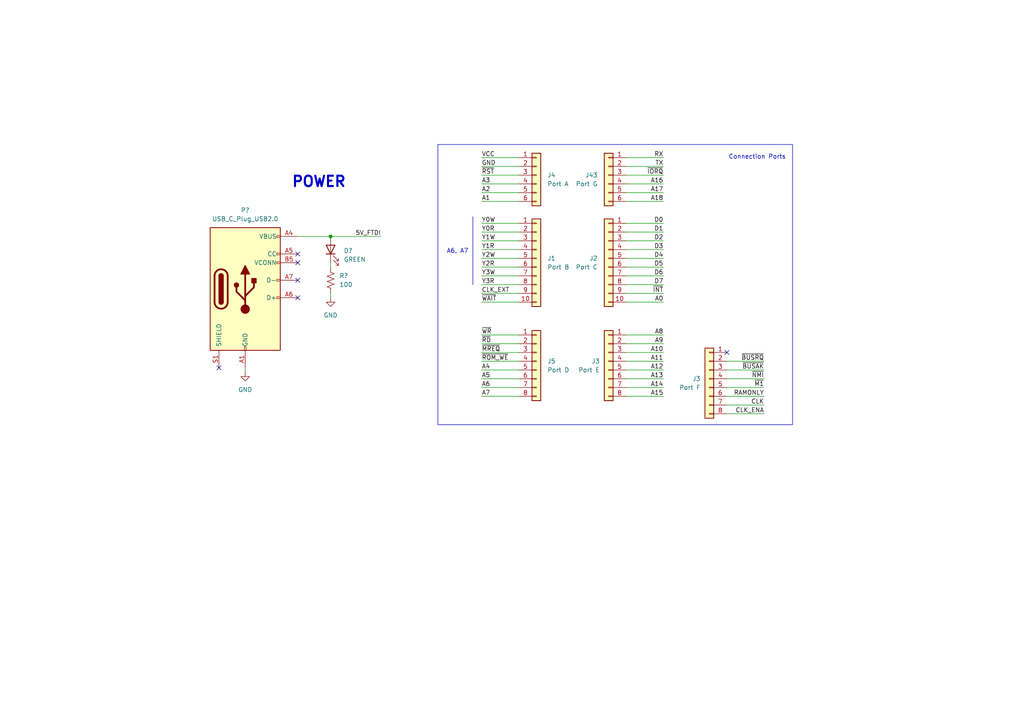
<source format=kicad_sch>
(kicad_sch (version 20230121) (generator eeschema)
  (paper "A4")
  (lib_symbols
    (symbol "Connector:USB_C_Plug_USB2.0" (pin_names (offset 1.016))
      (property "Reference" "P" (at -10.16 19.05 0))
      (property "Value" "USB_C_Plug_USB2.0" (at 12.7 19.05 0))
      (symbol "USB_C_Plug_USB2.0_0_0"
        (rectangle (start -0.254 -17.78) (end 0.254 -16.764))
        (rectangle (start 10.16 -2.286) (end 9.144 -2.794))
        (rectangle (start 10.16 2.794) (end 9.144 2.286))
        (rectangle (start 10.16 7.874) (end 9.144 7.366))
        (rectangle (start 10.16 10.414) (end 9.144 9.906))
        (rectangle (start 10.16 15.494) (end 9.144 14.986))
      )
      (symbol "USB_C_Plug_USB2.0_0_1"
        (rectangle (start -10.16 17.78) (end 10.16 -17.78) (stroke (width 0.254)) (fill (type background)))
        (arc (start -8.89 -3.81) (mid -6.985 -5.7067) (end -5.08 -3.81) (stroke (width 0.508)))
        (arc (start -7.62 -3.81) (mid -6.985 -4.4423) (end -6.35 -3.81) (stroke (width 0.254)))
        (arc (start -7.62 -3.81) (mid -6.985 -4.4423) (end -6.35 -3.81) (stroke (width 0.254)) (fill (type outline)))
        (rectangle (start -7.62 -3.81) (end -6.35 3.81) (stroke (width 0.254)) (fill (type outline)))
        (arc (start -6.35 3.81) (mid -6.985 4.4423) (end -7.62 3.81) (stroke (width 0.254)))
        (arc (start -6.35 3.81) (mid -6.985 4.4423) (end -7.62 3.81) (stroke (width 0.254)) (fill (type outline)))
        (arc (start -5.08 3.81) (mid -6.985 5.7067) (end -8.89 3.81) (stroke (width 0.508)))
        (circle (center -2.54 1.143) (radius 0.635) (stroke (width 0.254)) (fill (type outline)))
        (circle (center 0 -5.842) (radius 1.27) (fill (type outline)))
        (polyline (pts (xy -8.89 -3.81) (xy -8.89 3.81)) (stroke (width 0.508)))
        (polyline (pts (xy -5.08 3.81) (xy -5.08 -3.81)) (stroke (width 0.508)))
        (polyline (pts (xy 0 -5.842) (xy 0 4.318)) (stroke (width 0.508)))
        (polyline (pts (xy 0 -3.302) (xy -2.54 -0.762) (xy -2.54 0.508)) (stroke (width 0.508)))
        (polyline (pts (xy 0 -2.032) (xy 2.54 0.508) (xy 2.54 1.778)) (stroke (width 0.508)))
        (polyline (pts (xy -1.27 4.318) (xy 0 6.858) (xy 1.27 4.318) (xy -1.27 4.318)) (stroke (width 0.254)) (fill (type outline)))
        (rectangle (start 1.905 1.778) (end 3.175 3.048) (stroke (width 0.254)) (fill (type outline)))
      )
      (symbol "USB_C_Plug_USB2.0_1_1"
        (pin passive line (at 0 -22.86 90) (length 5.08) (name "GND") (number "A1"))
        (pin passive line (at 0 -22.86 90) (length 5.08) hide (name "GND") (number "A12"))
        (pin passive line (at 15.24 15.24 180) (length 5.08) (name "VBUS") (number "A4"))
        (pin bidirectional line (at 15.24 10.16 180) (length 5.08) (name "CC") (number "A5"))
        (pin bidirectional line (at 15.24 -2.54 180) (length 5.08) (name "D+") (number "A6"))
        (pin bidirectional line (at 15.24 2.54 180) (length 5.08) (name "D-") (number "A7"))
        (pin passive line (at 15.24 15.24 180) (length 5.08) hide (name "VBUS") (number "A9"))
        (pin passive line (at 0 -22.86 90) (length 5.08) hide (name "GND") (number "B1"))
        (pin passive line (at 0 -22.86 90) (length 5.08) hide (name "GND") (number "B12"))
        (pin passive line (at 15.24 15.24 180) (length 5.08) hide (name "VBUS") (number "B4"))
        (pin bidirectional line (at 15.24 7.62 180) (length 5.08) (name "VCONN") (number "B5"))
        (pin passive line (at 15.24 15.24 180) (length 5.08) hide (name "VBUS") (number "B9"))
        (pin passive line (at -7.62 -22.86 90) (length 5.08) (name "SHIELD") (number "S1"))
      )
    )
    (symbol "Connector_Generic:Conn_01x06" (pin_names (offset 1.016) hide)
      (property "Reference" "J" (at 0 7.62 0))
      (property "Value" "Conn_01x06" (at 0 -10.16 0))
      (symbol "Conn_01x06_1_1"
        (rectangle (start -1.27 -7.493) (end 0 -7.747) (stroke (width 0.1524)))
        (rectangle (start -1.27 -4.953) (end 0 -5.207) (stroke (width 0.1524)))
        (rectangle (start -1.27 -2.413) (end 0 -2.667) (stroke (width 0.1524)))
        (rectangle (start -1.27 0.127) (end 0 -0.127) (stroke (width 0.1524)))
        (rectangle (start -1.27 2.667) (end 0 2.413) (stroke (width 0.1524)))
        (rectangle (start -1.27 5.207) (end 0 4.953) (stroke (width 0.1524)))
        (rectangle (start -1.27 6.35) (end 1.27 -8.89) (stroke (width 0.254)) (fill (type background)))
        (pin passive line (at -5.08 5.08 0) (length 3.81) (name "Pin_1") (number "1"))
        (pin passive line (at -5.08 2.54 0) (length 3.81) (name "Pin_2") (number "2"))
        (pin passive line (at -5.08 0 0) (length 3.81) (name "Pin_3") (number "3"))
        (pin passive line (at -5.08 -2.54 0) (length 3.81) (name "Pin_4") (number "4"))
        (pin passive line (at -5.08 -5.08 0) (length 3.81) (name "Pin_5") (number "5"))
        (pin passive line (at -5.08 -7.62 0) (length 3.81) (name "Pin_6") (number "6"))
      )
    )
    (symbol "Connector_Generic:Conn_01x08" (pin_names (offset 1.016) hide)
      (property "Reference" "J" (at 0 10.16 0))
      (property "Value" "Conn_01x08" (at 0 -12.7 0))
      (symbol "Conn_01x08_1_1"
        (rectangle (start -1.27 -10.033) (end 0 -10.287) (stroke (width 0.1524)))
        (rectangle (start -1.27 -7.493) (end 0 -7.747) (stroke (width 0.1524)))
        (rectangle (start -1.27 -4.953) (end 0 -5.207) (stroke (width 0.1524)))
        (rectangle (start -1.27 -2.413) (end 0 -2.667) (stroke (width 0.1524)))
        (rectangle (start -1.27 0.127) (end 0 -0.127) (stroke (width 0.1524)))
        (rectangle (start -1.27 2.667) (end 0 2.413) (stroke (width 0.1524)))
        (rectangle (start -1.27 5.207) (end 0 4.953) (stroke (width 0.1524)))
        (rectangle (start -1.27 7.747) (end 0 7.493) (stroke (width 0.1524)))
        (rectangle (start -1.27 8.89) (end 1.27 -11.43) (stroke (width 0.254)) (fill (type background)))
        (pin passive line (at -5.08 7.62 0) (length 3.81) (name "Pin_1") (number "1"))
        (pin passive line (at -5.08 5.08 0) (length 3.81) (name "Pin_2") (number "2"))
        (pin passive line (at -5.08 2.54 0) (length 3.81) (name "Pin_3") (number "3"))
        (pin passive line (at -5.08 0 0) (length 3.81) (name "Pin_4") (number "4"))
        (pin passive line (at -5.08 -2.54 0) (length 3.81) (name "Pin_5") (number "5"))
        (pin passive line (at -5.08 -5.08 0) (length 3.81) (name "Pin_6") (number "6"))
        (pin passive line (at -5.08 -7.62 0) (length 3.81) (name "Pin_7") (number "7"))
        (pin passive line (at -5.08 -10.16 0) (length 3.81) (name "Pin_8") (number "8"))
      )
    )
    (symbol "Connector_Generic:Conn_01x10" (pin_names (offset 1.016) hide)
      (property "Reference" "J" (at 0 12.7 0))
      (property "Value" "Conn_01x10" (at 0 -15.24 0))
      (symbol "Conn_01x10_1_1"
        (rectangle (start -1.27 -12.573) (end 0 -12.827) (stroke (width 0.1524)))
        (rectangle (start -1.27 -10.033) (end 0 -10.287) (stroke (width 0.1524)))
        (rectangle (start -1.27 -7.493) (end 0 -7.747) (stroke (width 0.1524)))
        (rectangle (start -1.27 -4.953) (end 0 -5.207) (stroke (width 0.1524)))
        (rectangle (start -1.27 -2.413) (end 0 -2.667) (stroke (width 0.1524)))
        (rectangle (start -1.27 0.127) (end 0 -0.127) (stroke (width 0.1524)))
        (rectangle (start -1.27 2.667) (end 0 2.413) (stroke (width 0.1524)))
        (rectangle (start -1.27 5.207) (end 0 4.953) (stroke (width 0.1524)))
        (rectangle (start -1.27 7.747) (end 0 7.493) (stroke (width 0.1524)))
        (rectangle (start -1.27 10.287) (end 0 10.033) (stroke (width 0.1524)))
        (rectangle (start -1.27 11.43) (end 1.27 -13.97) (stroke (width 0.254)) (fill (type background)))
        (pin passive line (at -5.08 10.16 0) (length 3.81) (name "Pin_1") (number "1"))
        (pin passive line (at -5.08 -12.7 0) (length 3.81) (name "Pin_10") (number "10"))
        (pin passive line (at -5.08 7.62 0) (length 3.81) (name "Pin_2") (number "2"))
        (pin passive line (at -5.08 5.08 0) (length 3.81) (name "Pin_3") (number "3"))
        (pin passive line (at -5.08 2.54 0) (length 3.81) (name "Pin_4") (number "4"))
        (pin passive line (at -5.08 0 0) (length 3.81) (name "Pin_5") (number "5"))
        (pin passive line (at -5.08 -2.54 0) (length 3.81) (name "Pin_6") (number "6"))
        (pin passive line (at -5.08 -5.08 0) (length 3.81) (name "Pin_7") (number "7"))
        (pin passive line (at -5.08 -7.62 0) (length 3.81) (name "Pin_8") (number "8"))
        (pin passive line (at -5.08 -10.16 0) (length 3.81) (name "Pin_9") (number "9"))
      )
    )
    (symbol "Device:LED" (pin_numbers hide) (pin_names (offset 1.016) hide)
      (property "Reference" "D" (at 0 2.54 0))
      (property "Value" "LED" (at 0 -2.54 0))
      (symbol "LED_0_1"
        (polyline (pts (xy -1.27 -1.27) (xy -1.27 1.27)) (stroke (width 0.254)))
        (polyline (pts (xy -1.27 0) (xy 1.27 0)))
        (polyline (pts (xy 1.27 -1.27) (xy 1.27 1.27) (xy -1.27 0) (xy 1.27 -1.27)) (stroke (width 0.254)))
        (polyline (pts (xy -3.048 -0.762) (xy -4.572 -2.286) (xy -3.81 -2.286) (xy -4.572 -2.286) (xy -4.572 -1.524)))
        (polyline (pts (xy -1.778 -0.762) (xy -3.302 -2.286) (xy -2.54 -2.286) (xy -3.302 -2.286) (xy -3.302 -1.524)))
      )
      (symbol "LED_1_1"
        (pin passive line (at -3.81 0 0) (length 2.54) (name "K") (number "1"))
        (pin passive line (at 3.81 0 180) (length 2.54) (name "A") (number "2"))
      )
    )
    (symbol "Device:R_US" (pin_numbers hide) (pin_names (offset 0))
      (property "Reference" "R" (at 2.54 0 90))
      (property "Value" "R_US" (at -2.54 0 90))
      (symbol "R_US_0_1"
        (polyline (pts (xy 0 -2.286) (xy 0 -2.54)))
        (polyline (pts (xy 0 2.286) (xy 0 2.54)))
        (polyline (pts (xy 0 -0.762) (xy 1.016 -1.143) (xy 0 -1.524) (xy -1.016 -1.905) (xy 0 -2.286)))
        (polyline (pts (xy 0 0.762) (xy 1.016 0.381) (xy 0 0) (xy -1.016 -0.381) (xy 0 -0.762)))
        (polyline (pts (xy 0 2.286) (xy 1.016 1.905) (xy 0 1.524) (xy -1.016 1.143) (xy 0 0.762)))
      )
      (symbol "R_US_1_1"
        (pin passive line (at 0 3.81 270) (length 1.27) (name "~") (number "1"))
        (pin passive line (at 0 -3.81 90) (length 1.27) (name "~") (number "2"))
      )
    )
    (symbol "power:GND" (power) (pin_names (offset 0))
      (property "Value" "GND" (at 0 -3.81 0))
      (symbol "GND_0_1"
        (polyline (pts (xy 0 0) (xy 0 -1.27) (xy 1.27 -1.27) (xy 0 -2.54) (xy -1.27 -1.27) (xy 0 -1.27)))
      )
      (symbol "GND_1_1"
        (pin power_in line (at 0 0 270) (length 0) hide (name "GND") (number "1"))
      )
    )
  )
  (junction (at 95.885 68.58))
  (no_connect (at 63.5 106.68))
  (no_connect (at 86.36 81.28))
  (no_connect (at 86.36 86.36))
  (no_connect (at 86.36 76.2))
  (no_connect (at 210.82 102.235))
  (no_connect (at 86.36 73.66))
  (wire (pts (xy 139.7 112.395) (xy 150.495 112.395)))
  (wire (pts (xy 221.615 114.935) (xy 210.82 114.935)))
  (wire (pts (xy 139.7 114.935) (xy 150.495 114.935)))
  (wire (pts (xy 221.615 112.395) (xy 210.82 112.395)))
  (wire (pts (xy 139.7 48.26) (xy 150.495 48.26)))
  (wire (pts (xy 192.405 82.55) (xy 181.61 82.55)))
  (wire (pts (xy 192.405 104.775) (xy 181.61 104.775)))
  (wire (pts (xy 192.405 48.26) (xy 181.61 48.26)))
  (wire (pts (xy 192.405 77.47) (xy 181.61 77.47)))
  (wire (pts (xy 192.405 107.315) (xy 181.61 107.315)))
  (wire (pts (xy 95.885 76.2) (xy 95.885 77.47)))
  (wire (pts (xy 139.7 77.47) (xy 150.495 77.47)))
  (wire (pts (xy 221.615 117.475) (xy 210.82 117.475)))
  (wire (pts (xy 139.7 50.8) (xy 150.495 50.8)))
  (wire (pts (xy 192.405 112.395) (xy 181.61 112.395)))
  (wire (pts (xy 192.405 58.42) (xy 181.61 58.42)))
  (wire (pts (xy 95.885 85.09) (xy 95.885 86.36)))
  (wire (pts (xy 221.615 109.855) (xy 210.82 109.855)))
  (wire (pts (xy 86.36 68.58) (xy 95.885 68.58)))
  (wire (pts (xy 192.405 114.935) (xy 181.61 114.935)))
  (wire (pts (xy 139.7 67.31) (xy 150.495 67.31)))
  (wire (pts (xy 139.7 55.88) (xy 150.495 55.88)))
  (wire (pts (xy 192.405 45.72) (xy 181.61 45.72)))
  (wire (pts (xy 192.405 74.93) (xy 181.61 74.93)))
  (wire (pts (xy 192.405 55.88) (xy 181.61 55.88)))
  (wire (pts (xy 181.61 50.8) (xy 192.405 50.8)))
  (wire (pts (xy 221.615 120.015) (xy 210.82 120.015)))
  (wire (pts (xy 139.7 72.39) (xy 150.495 72.39)))
  (wire (pts (xy 192.405 80.01) (xy 181.61 80.01)))
  (wire (pts (xy 139.7 85.09) (xy 150.495 85.09)))
  (wire (pts (xy 139.7 82.55) (xy 150.495 82.55)))
  (wire (pts (xy 139.7 87.63) (xy 150.495 87.63)))
  (wire (pts (xy 71.12 106.68) (xy 71.12 107.95)))
  (wire (pts (xy 221.615 104.775) (xy 210.82 104.775)))
  (wire (pts (xy 139.7 45.72) (xy 150.495 45.72)))
  (wire (pts (xy 139.7 58.42) (xy 150.495 58.42)))
  (wire (pts (xy 192.405 85.09) (xy 181.61 85.09)))
  (wire (pts (xy 192.405 64.77) (xy 181.61 64.77)))
  (wire (pts (xy 192.405 67.31) (xy 181.61 67.31)))
  (wire (pts (xy 139.7 107.315) (xy 150.495 107.315)))
  (wire (pts (xy 192.405 69.85) (xy 181.61 69.85)))
  (wire (pts (xy 139.7 97.155) (xy 150.495 97.155)))
  (wire (pts (xy 139.7 64.77) (xy 150.495 64.77)))
  (wire (pts (xy 221.615 107.315) (xy 210.82 107.315)))
  (wire (pts (xy 192.405 99.695) (xy 181.61 99.695)))
  (wire (pts (xy 139.7 104.775) (xy 150.495 104.775)))
  (wire (pts (xy 192.405 53.34) (xy 181.61 53.34)))
  (wire (pts (xy 192.405 72.39) (xy 181.61 72.39)))
  (wire (pts (xy 139.7 53.34) (xy 150.495 53.34)))
  (wire (pts (xy 139.7 80.01) (xy 150.495 80.01)))
  (wire (pts (xy 139.7 102.235) (xy 150.495 102.235)))
  (wire (pts (xy 192.405 109.855) (xy 181.61 109.855)))
  (wire (pts (xy 192.405 87.63) (xy 181.61 87.63)))
  (wire (pts (xy 139.7 109.855) (xy 150.495 109.855)))
  (wire (pts (xy 95.885 68.58) (xy 110.49 68.58)))
  (wire (pts (xy 139.7 69.85) (xy 150.495 69.85)))
  (wire (pts (xy 192.405 97.155) (xy 181.61 97.155)))
  (wire (pts (xy 139.7 74.93) (xy 150.495 74.93)))
  (wire (pts (xy 192.405 102.235) (xy 181.61 102.235)))
  (wire (pts (xy 139.7 99.695) (xy 150.495 99.695)))
  (rectangle (start 137.16 62.865) (end 137.16 82.55))
  (rectangle (start 127 41.91) (end 229.87 123.19))
  (text "Connection Ports" (at 227.965 46.355 0) (effects (font (size 1.27 1.27)) (justify right bottom)))
  (text "A6, A7" (at 135.89 73.66 0) (effects (font (size 1.27 1.27)) (justify right bottom)))
  (text "POWER" (at 84.455 54.61 0) (effects (font (size 3 3) (thickness 0.6) bold) (justify left bottom)))
  (label "~{IORQ}" (at 192.405 50.8 180))
  (label "CLK_EXT" (at 139.7 85.09 0))
  (label "D3" (at 192.405 72.39 180))
  (label "A1" (at 139.7 58.42 0))
  (label "D2" (at 192.405 69.85 180))
  (label "~{RD}" (at 139.7 99.695 0))
  (label "A13" (at 192.405 109.855 180))
  (label "Y2R" (at 139.7 77.47 0))
  (label "Y3R" (at 139.7 82.55 0))
  (label "D0" (at 192.405 64.77 180))
  (label "A0" (at 192.405 87.63 180))
  (label "A7" (at 139.7 114.935 0))
  (label "A17" (at 192.405 55.88 180))
  (label "A3" (at 139.7 53.34 0))
  (label "D6" (at 192.405 80.01 180))
  (label "~{RST}" (at 139.7 50.8 0))
  (label "RX" (at 192.405 45.72 180))
  (label "Y2W" (at 139.7 74.93 0))
  (label "A5" (at 139.7 109.855 0))
  (label "~{MREQ}" (at 139.7 102.235 0))
  (label "Y0W" (at 139.7 64.77 0))
  (label "~{ROM_WE}" (at 139.7 104.775 0))
  (label "A15" (at 192.405 114.935 180))
  (label "A6" (at 139.7 112.395 0))
  (label "Y0R" (at 139.7 67.31 0))
  (label "A8" (at 192.405 97.155 180))
  (label "~{BUSAK}" (at 221.615 107.315 180))
  (label "D1" (at 192.405 67.31 180))
  (label "Y1W" (at 139.7 69.85 0))
  (label "5V_FTDI" (at 110.49 68.58 180))
  (label "A18" (at 192.405 58.42 180))
  (label "RAMONLY" (at 221.615 114.935 180))
  (label "A9" (at 192.405 99.695 180))
  (label "A14" (at 192.405 112.395 180))
  (label "A2" (at 139.7 55.88 0))
  (label "~{NMI}" (at 221.615 109.855 180))
  (label "~{INT}" (at 192.405 85.09 180))
  (label "A16" (at 192.405 53.34 180))
  (label "VCC" (at 139.7 45.72 0))
  (label "A4" (at 139.7 107.315 0))
  (label "Y1R" (at 139.7 72.39 0))
  (label "D5" (at 192.405 77.47 180))
  (label "~{M1}" (at 221.615 112.395 180))
  (label "~{WAIT}" (at 139.7 87.63 0))
  (label "~{WR}" (at 139.7 97.155 0))
  (label "D4" (at 192.405 74.93 180))
  (label "A12" (at 192.405 107.315 180))
  (label "A11" (at 192.405 104.775 180))
  (label "TX" (at 192.405 48.26 180))
  (label "A10" (at 192.405 102.235 180))
  (label "D7" (at 192.405 82.55 180))
  (label "~{BUSRQ}" (at 221.615 104.775 180))
  (label "CLK_ENA" (at 221.615 120.015 180))
  (label "CLK" (at 221.615 117.475 180))
  (label "GND" (at 139.7 48.26 0))
  (label "Y3W" (at 139.7 80.01 0))
  (symbol (lib_id "power:GND") (at 71.12 107.95 0) (unit 1)
    (property "Reference" "#PWR?" (effects hide))
    (property "Value" "GND" (at 71.12 113.03 0))
    (instances (project "fortuna-s" (path "" (reference "#PWR?") (unit 1))) (project "fortuna-box" (path "" (reference "#PWR01") (unit 1)) (path "" (reference "#PWR01") (unit 1))))
  )
  (symbol (lib_id "Connector_Generic:Conn_01x10") (at 155.575 74.93 0) (unit 1)
    (property "Reference" "J1" (at 158.75 74.93 0) (effects (justify left)))
    (property "Value" "Port B" (at 158.75 77.47 0) (effects (justify left)))
    (instances (project "fortuna-box" (path "" (reference "J1") (unit 1)) (path "" (reference "J8") (unit 1)) (path "" (reference "J16") (unit 1))))
  )
  (symbol (lib_id "Connector_Generic:Conn_01x06") (at 176.53 50.8 0) (mirror y) (unit 1)
    (property "Reference" "J43" (at 173.355 50.8 0) (effects (justify left)))
    (property "Value" "Port G" (at 173.355 53.34 0) (effects (justify left)))
    (instances (project "fortuna-box" (path "" (reference "J43") (unit 1)) (path "" (reference "J33") (unit 1)) (path "" (reference "J34") (unit 1))))
  )
  (symbol (lib_id "Connector_Generic:Conn_01x10") (at 176.53 74.93 0) (mirror y) (unit 1)
    (property "Reference" "J2" (at 173.355 74.93 0) (effects (justify left)))
    (property "Value" "Port C" (at 173.355 77.47 0) (effects (justify left)))
    (instances (project "fortuna-box" (path "" (reference "J2") (unit 1)) (path "" (reference "J10") (unit 1)) (path "" (reference "J47") (unit 1))))
  )
  (symbol (lib_id "Connector:USB_C_Plug_USB2.0") (at 71.12 83.82 0) (unit 1)
    (property "Reference" "P?" (at 71.12 60.96 0))
    (property "Value" "USB_C_Plug_USB2.0" (at 71.12 63.5 0))
    (property "Datasheet" "https://www.usb.org/sites/default/files/documents/usb_type-c.zip" (effects hide))
    (instances (project "fortuna-s" (path "" (reference "P?") (unit 1))) (project "fortuna-box" (path "" (reference "P1") (unit 1)) (path "" (reference "P1") (unit 1))))
  )
  (symbol (lib_id "Connector_Generic:Conn_01x08") (at 205.74 109.855 0) (mirror y) (unit 1)
    (property "Reference" "J3" (at 203.2 109.855 0) (effects (justify left)))
    (property "Value" "Port F" (at 203.2 112.395 0) (effects (justify left)))
    (instances (project "fortuna-box" (path "" (reference "J3") (unit 1)) (path "" (reference "J12") (unit 1)) (path "" (reference "J13") (unit 1)) (path "" (reference "J49") (unit 1))))
  )
  (symbol (lib_id "power:GND") (at 95.885 86.36 0) (unit 1)
    (property "Reference" "#PWR?" (effects hide))
    (property "Value" "GND" (at 95.885 91.44 0))
    (instances (project "fortuna-s" (path "" (reference "#PWR?") (unit 1))) (project "fortuna-box" (path "" (reference "#PWR03") (unit 1)) (path "" (reference "#PWR03") (unit 1))))
  )
  (symbol (lib_id "Connector_Generic:Conn_01x06") (at 155.575 50.8 0) (unit 1)
    (property "Reference" "J4" (at 158.75 50.8 0) (effects (justify left)))
    (property "Value" "Port A" (at 158.75 53.34 0) (effects (justify left)))
    (instances (project "fortuna-box" (path "" (reference "J4") (unit 1)) (path "" (reference "J7") (unit 1)) (path "" (reference "J15") (unit 1))))
  )
  (symbol (lib_id "Connector_Generic:Conn_01x08") (at 176.53 104.775 0) (mirror y) (unit 1)
    (property "Reference" "J3" (at 173.99 104.775 0) (effects (justify left)))
    (property "Value" "Port E" (at 173.99 107.315 0) (effects (justify left)))
    (instances (project "fortuna-box" (path "" (reference "J3") (unit 1)) (path "" (reference "J11") (unit 1)) (path "" (reference "J48") (unit 1))))
  )
  (symbol (lib_id "Device:R_US") (at 95.885 81.28 0) (unit 1)
    (property "Reference" "R?" (at 98.425 80.0099 0) (effects (justify left)))
    (property "Value" "100" (at 98.425 82.5499 0) (effects (justify left)))
    (instances (project "fortuna-s" (path "" (reference "R?") (unit 1))) (project "fortuna-box" (path "" (reference "R1") (unit 1)) (path "" (reference "R1") (unit 1))))
  )
  (symbol (lib_id "Connector_Generic:Conn_01x08") (at 155.575 104.775 0) (unit 1)
    (property "Reference" "J5" (at 158.75 104.775 0) (effects (justify left)))
    (property "Value" "Port D" (at 158.75 107.315 0) (effects (justify left)))
    (instances (project "fortuna-box" (path "" (reference "J5") (unit 1)) (path "" (reference "J9") (unit 1)) (path "" (reference "J31") (unit 1))))
  )
  (symbol (lib_id "Device:LED") (at 95.885 72.39 90) (unit 1)
    (property "Reference" "D?" (at 99.695 72.7074 90) (effects (justify right)))
    (property "Value" "GREEN" (at 99.695 75.2474 90) (effects (justify right)))
    (instances (project "fortuna-s" (path "" (reference "D?") (unit 1))) (project "fortuna-box" (path "" (reference "D1") (unit 1)) (path "" (reference "D1") (unit 1))))
  )
)
</source>
